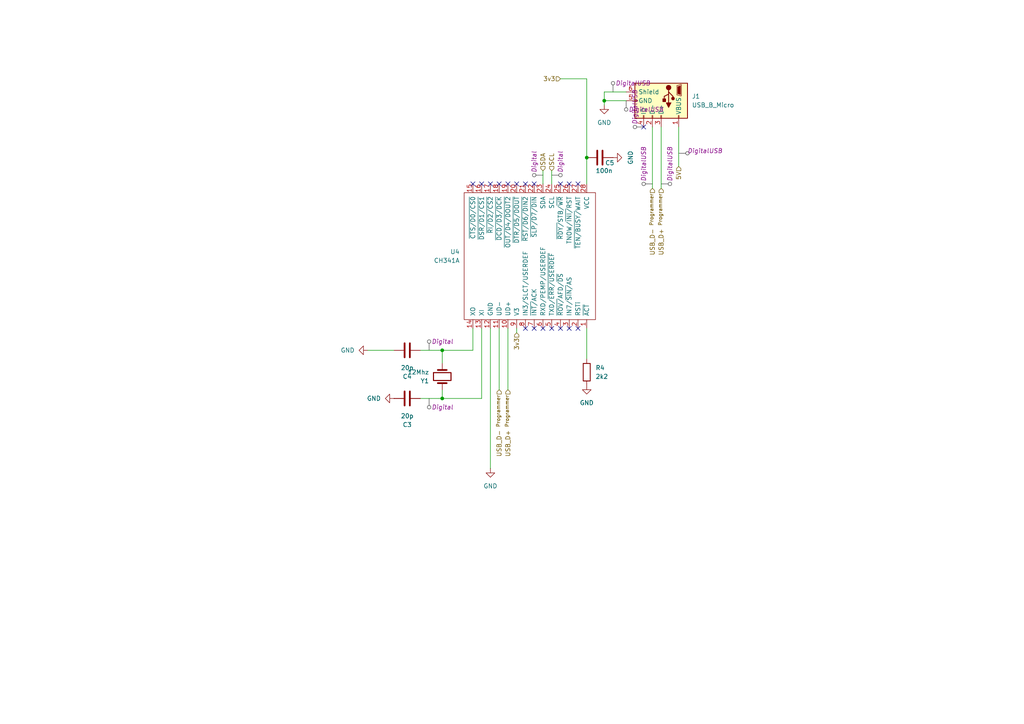
<source format=kicad_sch>
(kicad_sch (version 20231120) (generator "eeschema") (generator_version "8.0")
  (paper "A4")
  (lib_symbols
    (symbol "Connector:USB_B_Micro" (pin_names (offset 1.016))
      (property "Reference" "J" (at -5.08 11.43 0))
      (property "Value" "USB_B_Micro" (at -5.08 8.89 0))
      (symbol "USB_B_Micro_0_1"
        (rectangle (start -5.08 -7.62) (end 5.08 7.62) (stroke (width 0.254)) (fill (type background)))
        (circle (center -3.81 2.159) (radius 0.635) (stroke (width 0.254)) (fill (type outline)))
        (circle (center -0.635 3.429) (radius 0.381) (stroke (width 0.254)) (fill (type outline)))
        (rectangle (start -0.127 -7.62) (end 0.127 -6.858))
        (polyline (pts (xy -1.905 2.159) (xy 0.635 2.159)) (stroke (width 0.254)))
        (polyline (pts (xy -3.175 2.159) (xy -2.54 2.159) (xy -1.27 3.429) (xy -0.635 3.429)) (stroke (width 0.254)))
        (polyline (pts (xy -2.54 2.159) (xy -1.905 2.159) (xy -1.27 0.889) (xy 0 0.889)) (stroke (width 0.254)))
        (polyline (pts (xy 0.635 2.794) (xy 0.635 1.524) (xy 1.905 2.159) (xy 0.635 2.794)) (stroke (width 0.254)) (fill (type outline)))
        (polyline (pts (xy -4.318 5.588) (xy -1.778 5.588) (xy -2.032 4.826) (xy -4.064 4.826) (xy -4.318 5.588)) (fill (type outline)))
        (polyline (pts (xy -4.699 5.842) (xy -4.699 5.588) (xy -4.445 4.826) (xy -4.445 4.572) (xy -1.651 4.572) (xy -1.651 4.826) (xy -1.397 5.588) (xy -1.397 5.842) (xy -4.699 5.842)))
        (rectangle (start 0.254 1.27) (end -0.508 0.508) (stroke (width 0.254)) (fill (type outline)))
        (rectangle (start 5.08 -5.207) (end 4.318 -4.953))
        (rectangle (start 5.08 -2.667) (end 4.318 -2.413))
        (rectangle (start 5.08 -0.127) (end 4.318 0.127))
        (rectangle (start 5.08 4.953) (end 4.318 5.207))
      )
      (symbol "USB_B_Micro_1_1"
        (pin power_out line (at 7.62 5.08 180) (length 2.54) (name "VBUS") (number "1"))
        (pin bidirectional line (at 7.62 -2.54 180) (length 2.54) (name "D-") (number "2"))
        (pin bidirectional line (at 7.62 0 180) (length 2.54) (name "D+") (number "3"))
        (pin passive line (at 7.62 -5.08 180) (length 2.54) (name "ID") (number "4"))
        (pin power_out line (at 0 -10.16 90) (length 2.54) (name "GND") (number "5"))
        (pin passive line (at -2.54 -10.16 90) (length 2.54) (name "Shield") (number "6"))
      )
    )
    (symbol "Device:C" (pin_numbers hide) (pin_names (offset 0.254))
      (property "Reference" "C" (at 0.635 2.54 0))
      (property "Value" "C" (at 0.635 -2.54 0))
      (symbol "C_0_1"
        (polyline (pts (xy -2.032 -0.762) (xy 2.032 -0.762)) (stroke (width 0.508)))
        (polyline (pts (xy -2.032 0.762) (xy 2.032 0.762)) (stroke (width 0.508)))
      )
      (symbol "C_1_1"
        (pin passive line (at 0 3.81 270) (length 2.794) (name "~") (number "1"))
        (pin passive line (at 0 -3.81 90) (length 2.794) (name "~") (number "2"))
      )
    )
    (symbol "Device:Crystal" (pin_numbers hide) (pin_names (offset 1.016) hide)
      (property "Reference" "Y" (at 0 3.81 0))
      (property "Value" "Crystal" (at 0 -3.81 0))
      (symbol "Crystal_0_1"
        (rectangle (start -1.143 2.54) (end 1.143 -2.54) (stroke (width 0.3048)))
        (polyline (pts (xy -2.54 0) (xy -1.905 0)))
        (polyline (pts (xy -1.905 -1.27) (xy -1.905 1.27)) (stroke (width 0.508)))
        (polyline (pts (xy 1.905 -1.27) (xy 1.905 1.27)) (stroke (width 0.508)))
        (polyline (pts (xy 2.54 0) (xy 1.905 0)))
      )
      (symbol "Crystal_1_1"
        (pin passive line (at -3.81 0 0) (length 1.27) (name "1") (number "1"))
        (pin passive line (at 3.81 0 180) (length 1.27) (name "2") (number "2"))
      )
    )
    (symbol "Device:R" (pin_numbers hide) (pin_names (offset 0))
      (property "Reference" "R" (at 2.032 0 90))
      (property "Value" "R" (at 0 0 90))
      (symbol "R_0_1"
        (rectangle (start -1.016 -2.54) (end 1.016 2.54) (stroke (width 0.254)))
      )
      (symbol "R_1_1"
        (pin passive line (at 0 3.81 270) (length 1.27) (name "~") (number "1"))
        (pin passive line (at 0 -3.81 90) (length 1.27) (name "~") (number "2"))
      )
    )
    (symbol "Interface_USBnew:CH341A" (pin_names (offset 1.016))
      (property "Reference" "U" (at 0 20.32 0))
      (property "Value" "CH341A" (at 0 -20.32 0))
      (symbol "CH341A_0_1"
        (rectangle (start -17.78 19.05) (end 19.05 -19.05))
      )
      (symbol "CH341A_1_1"
        (pin output line (at -20.32 16.51 0) (length 2.54) (name "~{ACT}") (number "1"))
        (pin bidirectional line (at -20.32 -6.35 0) (length 2.54) (name "UD+") (number "10"))
        (pin bidirectional line (at -20.32 -8.89 0) (length 2.54) (name "UD-") (number "11"))
        (pin power_in line (at -20.32 -11.43 0) (length 2.54) (name "GND") (number "12"))
        (pin input line (at -20.32 -13.97 0) (length 2.54) (name "XI") (number "13"))
        (pin output line (at -20.32 -16.51 0) (length 2.54) (name "XO") (number "14"))
        (pin input line (at 21.59 -16.51 180) (length 2.54) (name "~{CTS/D0/CS0}") (number "15"))
        (pin input line (at 21.59 -13.97 180) (length 2.54) (name "~{DSR/D1/CS1}") (number "16"))
        (pin input line (at 21.59 -11.43 180) (length 2.54) (name "~{RI/D2/CS2}") (number "17"))
        (pin input line (at 21.59 -8.89 180) (length 2.54) (name "~{DCD/D3/DCK}") (number "18"))
        (pin tri_state line (at 21.59 -6.35 180) (length 2.54) (name "~{OUT/D4/DOUT2}") (number "19"))
        (pin input line (at -20.32 13.97 0) (length 2.54) (name "RSTi") (number "2"))
        (pin tri_state line (at 21.59 -3.81 180) (length 2.54) (name "~{DTR/D5/DOUT}") (number "20"))
        (pin tri_state line (at 21.59 -1.27 180) (length 2.54) (name "~{RST/D6/DIN2}") (number "21"))
        (pin tri_state line (at 21.59 1.27 180) (length 2.54) (name "~{SLP/D7/DIN}") (number "22"))
        (pin bidirectional line (at 21.59 3.81 180) (length 2.54) (name "SDA") (number "23"))
        (pin open_collector line (at 21.59 6.35 180) (length 2.54) (name "SCL") (number "24"))
        (pin output line (at 21.59 8.89 180) (length 2.54) (name "~{RDY/}STB/~{WR}") (number "25"))
        (pin output line (at 21.59 11.43 180) (length 2.54) (name "TNOW/~{INI/}RST") (number "26"))
        (pin input line (at 21.59 13.97 180) (length 2.54) (name "~{TEN/BUSY/}WAIT") (number "27"))
        (pin power_in line (at 21.59 16.51 180) (length 2.54) (name "VCC") (number "28"))
        (pin input line (at -20.32 11.43 0) (length 2.54) (name "IN7/~{SIN/}AS") (number "3"))
        (pin tri_state line (at -20.32 8.89 0) (length 2.54) (name "~{ROV/}AFD/~{DS}") (number "4"))
        (pin output line (at -20.32 6.35 0) (length 2.54) (name "TXD/~{ERR/USERDEF}") (number "5"))
        (pin input line (at -20.32 3.81 0) (length 2.54) (name "RXD/PEMP/USERDEF") (number "6"))
        (pin input line (at -20.32 1.27 0) (length 2.54) (name "~{INT/}ACK") (number "7"))
        (pin input line (at -20.32 -1.27 0) (length 2.54) (name "IN3/SLCT/USERDEF") (number "8"))
        (pin power_in line (at -20.32 -3.81 0) (length 2.54) (name "V3") (number "9"))
      )
    )
    (symbol "power:GND" (power) (pin_numbers hide) (pin_names (offset 0) hide)
      (property "Value" "GND" (at 0 -3.81 0))
      (symbol "GND_0_1"
        (polyline (pts (xy 0 0) (xy 0 -1.27) (xy 1.27 -1.27) (xy 0 -2.54) (xy -1.27 -1.27) (xy 0 -1.27)))
      )
      (symbol "GND_1_1"
        (pin power_in line (at 0 0 270) (length 0) (name "~") (number "1"))
      )
    )
  )
  (junction (at 128.27 115.57))
  (junction (at 170.18 45.72))
  (junction (at 175.26 29.21))
  (junction (at 128.27 101.6))
  (no_connect (at 154.94 95.25))
  (no_connect (at 157.48 95.25))
  (no_connect (at 167.64 95.25))
  (no_connect (at 186.69 36.83))
  (no_connect (at 165.1 95.25))
  (no_connect (at 152.4 95.25))
  (no_connect (at 142.24 53.34))
  (no_connect (at 162.56 95.25))
  (no_connect (at 167.64 53.34))
  (no_connect (at 144.78 53.34))
  (no_connect (at 137.16 53.34))
  (no_connect (at 165.1 53.34))
  (no_connect (at 147.32 53.34))
  (no_connect (at 149.86 53.34))
  (no_connect (at 160.02 95.25))
  (no_connect (at 139.7 53.34))
  (no_connect (at 152.4 53.34))
  (no_connect (at 154.94 53.34))
  (no_connect (at 162.56 53.34))
  (wire (pts (xy 162.56 22.86) (xy 170.18 22.86)))
  (wire (pts (xy 128.27 101.6) (xy 137.16 101.6)))
  (wire (pts (xy 144.78 113.03) (xy 144.78 95.25)))
  (wire (pts (xy 170.18 22.86) (xy 170.18 45.72)))
  (wire (pts (xy 128.27 101.6) (xy 121.92 101.6)))
  (wire (pts (xy 106.68 101.6) (xy 114.3 101.6)))
  (wire (pts (xy 175.26 26.67) (xy 175.26 29.21)))
  (wire (pts (xy 139.7 115.57) (xy 139.7 95.25)))
  (wire (pts (xy 175.26 26.67) (xy 181.61 26.67)))
  (wire (pts (xy 128.27 105.41) (xy 128.27 101.6)))
  (wire (pts (xy 128.27 115.57) (xy 121.92 115.57)))
  (wire (pts (xy 189.23 36.83) (xy 189.23 54.61)))
  (wire (pts (xy 170.18 95.25) (xy 170.18 104.14)))
  (wire (pts (xy 196.85 48.26) (xy 196.85 36.83)))
  (wire (pts (xy 147.32 95.25) (xy 147.32 113.03)))
  (wire (pts (xy 160.02 49.53) (xy 160.02 53.34)))
  (wire (pts (xy 157.48 49.53) (xy 157.48 53.34)))
  (wire (pts (xy 175.26 29.21) (xy 181.61 29.21)))
  (wire (pts (xy 191.77 36.83) (xy 191.77 54.61)))
  (wire (pts (xy 149.86 96.52) (xy 149.86 95.25)))
  (wire (pts (xy 137.16 95.25) (xy 137.16 101.6)))
  (wire (pts (xy 175.26 29.21) (xy 175.26 30.48)))
  (wire (pts (xy 142.24 95.25) (xy 142.24 135.89)))
  (wire (pts (xy 128.27 113.03) (xy 128.27 115.57)))
  (wire (pts (xy 170.18 45.72) (xy 170.18 53.34)))
  (wire (pts (xy 128.27 115.57) (xy 139.7 115.57)))
  (hierarchical_label "USB_D- ^{Programmer}" (shape input) (at 189.23 54.61 270))
  (hierarchical_label "3v3" (shape input) (at 162.56 22.86 180))
  (hierarchical_label "USB_D- ^{Programmer}" (shape input) (at 144.78 113.03 270))
  (hierarchical_label "USB_D+ ^{Programmer}" (shape input) (at 147.32 113.03 270))
  (hierarchical_label "3v3" (shape input) (at 149.86 96.52 270))
  (hierarchical_label "SCL" (shape input) (at 160.02 49.53 90))
  (hierarchical_label "SDA" (shape input) (at 157.48 49.53 90))
  (hierarchical_label "5V" (shape input) (at 196.85 48.26 270))
  (hierarchical_label "USB_D+ ^{Programmer}" (shape input) (at 191.77 54.61 270))
  (netclass_flag "" (length 2.54) (shape round) (at 157.48 50.8 90) (property "Netclass" "Digital" (at 154.94 50.1015 90) (effects (font (italic yes)) (justify left))))
  (netclass_flag "" (length 2.54) (shape round) (at 186.69 36.83 90) (property "Netclass" "DigitalUSB" (at 184.15 36.1315 90) (effects (font (italic yes)) (justify left))))
  (netclass_flag "" (length 2.54) (shape round) (at 177.8 26.67 0) (property "Netclass" "DigitalUSB" (at 178.4985 24.13 0) (effects (font (italic yes)) (justify left))))
  (netclass_flag "" (length 2.54) (shape round) (at 189.23 53.34 90) (property "Netclass" "DigitalUSB" (at 186.69 52.6415 90) (effects (font (italic yes)) (justify left))))
  (netclass_flag "" (length 2.54) (shape round) (at 181.61 29.21 180) (property "Netclass" "DigitalUSB" (at 182.3085 31.75 0) (effects (font (italic yes)) (justify left))))
  (netclass_flag "" (length 2.54) (shape round) (at 160.02 50.8 270) (property "Netclass" "Digital" (at 162.56 50.1015 90) (effects (font (italic yes)) (justify left))))
  (netclass_flag "" (length 2.54) (shape round) (at 124.46 101.6 0) (property "Netclass" "Digital" (at 125.1585 99.06 0) (effects (font (italic yes)) (justify left))))
  (netclass_flag "" (length 2.54) (shape round) (at 191.77 53.34 270) (property "Netclass" "DigitalUSB" (at 194.31 52.6415 90) (effects (font (italic yes)) (justify left))))
  (netclass_flag "" (length 2.54) (shape round) (at 196.85 44.45 270) (property "Netclass" "DigitalUSB" (at 199.39 43.7515 0) (effects (font (italic yes)) (justify left))))
  (netclass_flag "" (length 2.54) (shape round) (at 124.46 115.57 180) (property "Netclass" "Digital" (at 125.1585 118.11 0) (effects (font (italic yes)) (justify left))))
  (symbol (lib_id "Device:C") (at 118.11 101.6 270) (unit 1)
    (property "Reference" "C4" (at 118.11 109.22 90))
    (property "Value" "20p" (at 118.11 106.68 90))
    (property "Footprint" "FV1Footrpints:C_0603_1608Metric_Pad1.08x0.95mm_HandSolder" (effects (hide yes)))
    (property "Description" "Unpolarized capacitor" (effects (hide yes)))
  )
  (symbol (lib_id "power:GND") (at 142.24 135.89 0) (unit 1)
    (property "Reference" "#PWR012" (effects (hide yes)))
    (property "Value" "GND" (at 142.24 140.97 0))
    (property "Description" "Power symbol creates a global label with name \"GND\" , ground" (effects (hide yes)))
  )
  (symbol (lib_id "power:GND") (at 114.3 115.57 270) (unit 1)
    (property "Reference" "#PWR09" (effects (hide yes)))
    (property "Value" "GND" (at 110.49 115.5701 90) (effects (justify right)))
    (property "Description" "Power symbol creates a global label with name \"GND\" , ground" (effects (hide yes)))
  )
  (symbol (lib_id "power:GND") (at 175.26 30.48 0) (unit 1)
    (property "Reference" "#PWR014" (effects (hide yes)))
    (property "Value" "GND" (at 175.26 35.56 0))
    (property "Description" "Power symbol creates a global label with name \"GND\" , ground" (effects (hide yes)))
  )
  (symbol (lib_id "power:GND") (at 170.18 111.76 0) (unit 1)
    (property "Reference" "#PWR013" (effects (hide yes)))
    (property "Value" "GND" (at 170.18 116.84 0))
    (property "Description" "Power symbol creates a global label with name \"GND\" , ground" (effects (hide yes)))
  )
  (symbol (lib_id "Device:C") (at 173.99 45.72 90) (unit 1)
    (property "Reference" "C5" (at 175.514 47.244 90) (effects (justify right)))
    (property "Value" "100n" (at 172.7201 49.53 90) (effects (justify right)))
    (property "Footprint" "FV1Footrpints:C_0603_1608Metric_Pad1.08x0.95mm_HandSolder" (effects (hide yes)))
    (property "Description" "Unpolarized capacitor" (effects (hide yes)))
  )
  (symbol (lib_id "power:GND") (at 177.8 45.72 90) (unit 1)
    (property "Reference" "#PWR011" (effects (hide yes)))
    (property "Value" "GND" (at 182.88 45.72 0))
    (property "Description" "Power symbol creates a global label with name \"GND\" , ground" (effects (hide yes)))
  )
  (symbol (lib_id "power:GND") (at 106.68 101.6 270) (unit 1)
    (property "Reference" "#PWR010" (effects (hide yes)))
    (property "Value" "GND" (at 102.87 101.6001 90) (effects (justify right)))
    (property "Description" "Power symbol creates a global label with name \"GND\" , ground" (effects (hide yes)))
  )
  (symbol (lib_id "Device:R") (at 170.18 107.95 0) (unit 1)
    (property "Reference" "R4" (at 172.72 106.6799 0) (effects (justify left)))
    (property "Value" "2k2" (at 172.72 109.2199 0) (effects (justify left)))
    (property "Footprint" "PCM_4ms_Resistor:R_0603" (effects (hide yes)))
    (property "Description" "Resistor" (effects (hide yes)))
  )
  (symbol (lib_id "Connector:USB_B_Micro") (at 191.77 29.21 270) (unit 1)
    (property "Reference" "J1" (at 200.66 27.9399 90) (effects (justify left)))
    (property "Value" "USB_B_Micro" (at 200.66 30.4799 90) (effects (justify left)))
    (property "Footprint" "FV1Footrpints:USB_Micro-AB_Molex_47590-0001" (effects (hide yes)))
    (property "Description" "USB Micro Type B connector" (effects (hide yes)))
  )
  (symbol (lib_id "Device:C") (at 118.11 115.57 270) (unit 1)
    (property "Reference" "C3" (at 118.11 123.19 90))
    (property "Value" "20p" (at 118.11 120.65 90))
    (property "Footprint" "FV1Footrpints:C_0603_1608Metric_Pad1.08x0.95mm_HandSolder" (effects (hide yes)))
    (property "Description" "Unpolarized capacitor" (effects (hide yes)))
  )
  (symbol (lib_id "Interface_USBnew:CH341A") (at 153.67 74.93 270) (mirror x) (unit 1)
    (property "Reference" "U4" (at 133.35 73.0249 90) (effects (justify right)))
    (property "Value" "CH341A" (at 133.35 75.5649 90) (effects (justify right)))
    (property "Footprint" "Package_SO:SOIC-28W_7.5x18.7mm_P1.27mm" (effects (hide yes)))
  )
  (symbol (lib_id "Device:Crystal") (at 128.27 109.22 90) (unit 1)
    (property "Reference" "Y1" (at 124.46 110.4901 90) (effects (justify left)))
    (property "Value" "12Mhz" (at 124.46 107.9501 90) (effects (justify left)))
    (property "Footprint" "Crystal:Crystal_HC49-4H_Vertical" (effects (hide yes)))
    (property "Description" "Two pin crystal" (effects (hide yes)))
  )
)
</source>
